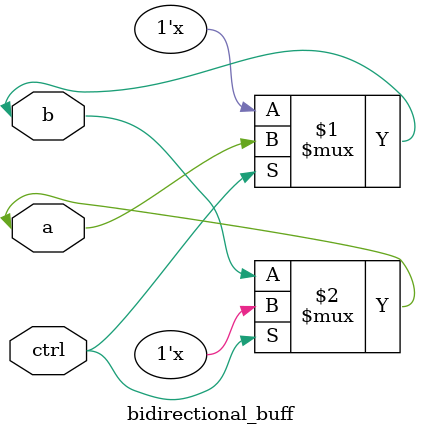
<source format=v>
module bidirectional_buff(a,b,ctrl);
input ctrl;
inout a,b;
bufif1 b1(b,a,ctrl);
bufif0 b2(a,b,ctrl);
endmodule
</source>
